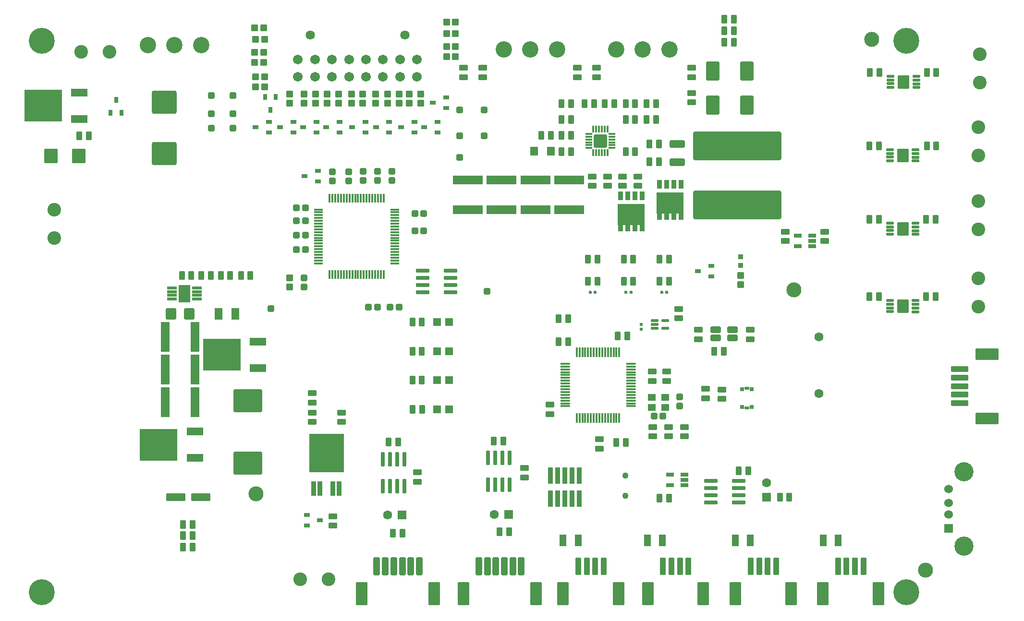
<source format=gts>
G04*
G04 #@! TF.GenerationSoftware,Altium Limited,Altium Designer,22.0.2 (36)*
G04*
G04 Layer_Color=8388736*
%FSLAX25Y25*%
%MOIN*%
G70*
G04*
G04 #@! TF.SameCoordinates,CB176EB8-9F99-4E04-9228-48705547AA3B*
G04*
G04*
G04 #@! TF.FilePolarity,Negative*
G04*
G01*
G75*
G04:AMPARAMS|DCode=82|XSize=59.12mil|YSize=39.43mil|CornerRadius=4.66mil|HoleSize=0mil|Usage=FLASHONLY|Rotation=90.000|XOffset=0mil|YOffset=0mil|HoleType=Round|Shape=RoundedRectangle|*
%AMROUNDEDRECTD82*
21,1,0.05912,0.03012,0,0,90.0*
21,1,0.04980,0.03943,0,0,90.0*
1,1,0.00932,0.01506,0.02490*
1,1,0.00932,0.01506,-0.02490*
1,1,0.00932,-0.01506,-0.02490*
1,1,0.00932,-0.01506,0.02490*
%
%ADD82ROUNDEDRECTD82*%
G04:AMPARAMS|DCode=83|XSize=59.12mil|YSize=39.43mil|CornerRadius=4.66mil|HoleSize=0mil|Usage=FLASHONLY|Rotation=180.000|XOffset=0mil|YOffset=0mil|HoleType=Round|Shape=RoundedRectangle|*
%AMROUNDEDRECTD83*
21,1,0.05912,0.03012,0,0,180.0*
21,1,0.04980,0.03943,0,0,180.0*
1,1,0.00932,-0.02490,0.01506*
1,1,0.00932,0.02490,0.01506*
1,1,0.00932,0.02490,-0.01506*
1,1,0.00932,-0.02490,-0.01506*
%
%ADD83ROUNDEDRECTD83*%
G04:AMPARAMS|DCode=84|XSize=17.72mil|YSize=21.65mil|CornerRadius=3mil|HoleSize=0mil|Usage=FLASHONLY|Rotation=0.000|XOffset=0mil|YOffset=0mil|HoleType=Round|Shape=RoundedRectangle|*
%AMROUNDEDRECTD84*
21,1,0.01772,0.01565,0,0,0.0*
21,1,0.01171,0.02165,0,0,0.0*
1,1,0.00600,0.00586,-0.00783*
1,1,0.00600,-0.00586,-0.00783*
1,1,0.00600,-0.00586,0.00783*
1,1,0.00600,0.00586,0.00783*
%
%ADD84ROUNDEDRECTD84*%
G04:AMPARAMS|DCode=85|XSize=47.31mil|YSize=43.37mil|CornerRadius=5.94mil|HoleSize=0mil|Usage=FLASHONLY|Rotation=90.000|XOffset=0mil|YOffset=0mil|HoleType=Round|Shape=RoundedRectangle|*
%AMROUNDEDRECTD85*
21,1,0.04731,0.03150,0,0,90.0*
21,1,0.03543,0.04337,0,0,90.0*
1,1,0.01187,0.01575,0.01772*
1,1,0.01187,0.01575,-0.01772*
1,1,0.01187,-0.01575,-0.01772*
1,1,0.01187,-0.01575,0.01772*
%
%ADD85ROUNDEDRECTD85*%
%ADD86R,0.03550X0.03550*%
G04:AMPARAMS|DCode=87|XSize=208.72mil|YSize=63.06mil|CornerRadius=7.91mil|HoleSize=0mil|Usage=FLASHONLY|Rotation=0.000|XOffset=0mil|YOffset=0mil|HoleType=Round|Shape=RoundedRectangle|*
%AMROUNDEDRECTD87*
21,1,0.20872,0.04724,0,0,0.0*
21,1,0.19291,0.06306,0,0,0.0*
1,1,0.01581,0.09646,-0.02362*
1,1,0.01581,-0.09646,-0.02362*
1,1,0.01581,-0.09646,0.02362*
1,1,0.01581,0.09646,0.02362*
%
%ADD87ROUNDEDRECTD87*%
%ADD88O,0.06699X0.01581*%
%ADD89O,0.01581X0.06699*%
%ADD90R,0.03943X0.02762*%
G04:AMPARAMS|DCode=91|XSize=78.8mil|YSize=161.48mil|CornerRadius=7.61mil|HoleSize=0mil|Usage=FLASHONLY|Rotation=180.000|XOffset=0mil|YOffset=0mil|HoleType=Round|Shape=RoundedRectangle|*
%AMROUNDEDRECTD91*
21,1,0.07880,0.14626,0,0,180.0*
21,1,0.06358,0.16148,0,0,180.0*
1,1,0.01522,-0.03179,0.07313*
1,1,0.01522,0.03179,0.07313*
1,1,0.01522,0.03179,-0.07313*
1,1,0.01522,-0.03179,-0.07313*
%
%ADD91ROUNDEDRECTD91*%
G04:AMPARAMS|DCode=92|XSize=43.37mil|YSize=126.05mil|CornerRadius=4.95mil|HoleSize=0mil|Usage=FLASHONLY|Rotation=180.000|XOffset=0mil|YOffset=0mil|HoleType=Round|Shape=RoundedRectangle|*
%AMROUNDEDRECTD92*
21,1,0.04337,0.11614,0,0,180.0*
21,1,0.03347,0.12605,0,0,180.0*
1,1,0.00991,-0.01673,0.05807*
1,1,0.00991,0.01673,0.05807*
1,1,0.00991,0.01673,-0.05807*
1,1,0.00991,-0.01673,-0.05807*
%
%ADD92ROUNDEDRECTD92*%
G04:AMPARAMS|DCode=93|XSize=47.31mil|YSize=43.37mil|CornerRadius=5.94mil|HoleSize=0mil|Usage=FLASHONLY|Rotation=0.000|XOffset=0mil|YOffset=0mil|HoleType=Round|Shape=RoundedRectangle|*
%AMROUNDEDRECTD93*
21,1,0.04731,0.03150,0,0,0.0*
21,1,0.03543,0.04337,0,0,0.0*
1,1,0.01187,0.01772,-0.01575*
1,1,0.01187,-0.01772,-0.01575*
1,1,0.01187,-0.01772,0.01575*
1,1,0.01187,0.01772,0.01575*
%
%ADD93ROUNDEDRECTD93*%
G04:AMPARAMS|DCode=94|XSize=94.55mil|YSize=102.43mil|CornerRadius=8.79mil|HoleSize=0mil|Usage=FLASHONLY|Rotation=180.000|XOffset=0mil|YOffset=0mil|HoleType=Round|Shape=RoundedRectangle|*
%AMROUNDEDRECTD94*
21,1,0.09455,0.08484,0,0,180.0*
21,1,0.07697,0.10243,0,0,180.0*
1,1,0.01758,-0.03848,0.04242*
1,1,0.01758,0.03848,0.04242*
1,1,0.01758,0.03848,-0.04242*
1,1,0.01758,-0.03848,-0.04242*
%
%ADD94ROUNDEDRECTD94*%
G04:AMPARAMS|DCode=95|XSize=55.18mil|YSize=55.18mil|CornerRadius=7.12mil|HoleSize=0mil|Usage=FLASHONLY|Rotation=180.000|XOffset=0mil|YOffset=0mil|HoleType=Round|Shape=RoundedRectangle|*
%AMROUNDEDRECTD95*
21,1,0.05518,0.04095,0,0,180.0*
21,1,0.04095,0.05518,0,0,180.0*
1,1,0.01424,-0.02047,0.02047*
1,1,0.01424,0.02047,0.02047*
1,1,0.01424,0.02047,-0.02047*
1,1,0.01424,-0.02047,-0.02047*
%
%ADD95ROUNDEDRECTD95*%
G04:AMPARAMS|DCode=96|XSize=78.8mil|YSize=161.48mil|CornerRadius=7.61mil|HoleSize=0mil|Usage=FLASHONLY|Rotation=270.000|XOffset=0mil|YOffset=0mil|HoleType=Round|Shape=RoundedRectangle|*
%AMROUNDEDRECTD96*
21,1,0.07880,0.14626,0,0,270.0*
21,1,0.06358,0.16148,0,0,270.0*
1,1,0.01522,-0.07313,-0.03179*
1,1,0.01522,-0.07313,0.03179*
1,1,0.01522,0.07313,0.03179*
1,1,0.01522,0.07313,-0.03179*
%
%ADD96ROUNDEDRECTD96*%
G04:AMPARAMS|DCode=97|XSize=39.43mil|YSize=122.11mil|CornerRadius=4.66mil|HoleSize=0mil|Usage=FLASHONLY|Rotation=270.000|XOffset=0mil|YOffset=0mil|HoleType=Round|Shape=RoundedRectangle|*
%AMROUNDEDRECTD97*
21,1,0.03943,0.11280,0,0,270.0*
21,1,0.03012,0.12211,0,0,270.0*
1,1,0.00932,-0.05640,-0.01506*
1,1,0.00932,-0.05640,0.01506*
1,1,0.00932,0.05640,0.01506*
1,1,0.00932,0.05640,-0.01506*
%
%ADD97ROUNDEDRECTD97*%
G04:AMPARAMS|DCode=98|XSize=29.59mil|YSize=27.62mil|CornerRadius=3.77mil|HoleSize=0mil|Usage=FLASHONLY|Rotation=90.000|XOffset=0mil|YOffset=0mil|HoleType=Round|Shape=RoundedRectangle|*
%AMROUNDEDRECTD98*
21,1,0.02959,0.02008,0,0,90.0*
21,1,0.02205,0.02762,0,0,90.0*
1,1,0.00754,0.01004,0.01102*
1,1,0.00754,0.01004,-0.01102*
1,1,0.00754,-0.01004,-0.01102*
1,1,0.00754,-0.01004,0.01102*
%
%ADD98ROUNDEDRECTD98*%
G04:AMPARAMS|DCode=99|XSize=53.21mil|YSize=131.95mil|CornerRadius=5.69mil|HoleSize=0mil|Usage=FLASHONLY|Rotation=90.000|XOffset=0mil|YOffset=0mil|HoleType=Round|Shape=RoundedRectangle|*
%AMROUNDEDRECTD99*
21,1,0.05321,0.12057,0,0,90.0*
21,1,0.04183,0.13195,0,0,90.0*
1,1,0.01138,0.06029,0.02092*
1,1,0.01138,0.06029,-0.02092*
1,1,0.01138,-0.06029,-0.02092*
1,1,0.01138,-0.06029,0.02092*
%
%ADD99ROUNDEDRECTD99*%
G04:AMPARAMS|DCode=100|XSize=78.8mil|YSize=72.9mil|CornerRadius=8.89mil|HoleSize=0mil|Usage=FLASHONLY|Rotation=90.000|XOffset=0mil|YOffset=0mil|HoleType=Round|Shape=RoundedRectangle|*
%AMROUNDEDRECTD100*
21,1,0.07880,0.05512,0,0,90.0*
21,1,0.06102,0.07290,0,0,90.0*
1,1,0.01778,0.02756,0.03051*
1,1,0.01778,0.02756,-0.03051*
1,1,0.01778,-0.02756,-0.03051*
1,1,0.01778,-0.02756,0.03051*
%
%ADD100ROUNDEDRECTD100*%
G04:AMPARAMS|DCode=101|XSize=208.72mil|YSize=63.06mil|CornerRadius=7.91mil|HoleSize=0mil|Usage=FLASHONLY|Rotation=90.000|XOffset=0mil|YOffset=0mil|HoleType=Round|Shape=RoundedRectangle|*
%AMROUNDEDRECTD101*
21,1,0.20872,0.04724,0,0,90.0*
21,1,0.19291,0.06306,0,0,90.0*
1,1,0.01581,0.02362,0.09646*
1,1,0.01581,0.02362,-0.09646*
1,1,0.01581,-0.02362,-0.09646*
1,1,0.01581,-0.02362,0.09646*
%
%ADD101ROUNDEDRECTD101*%
G04:AMPARAMS|DCode=102|XSize=82.74mil|YSize=92.58mil|CornerRadius=7.91mil|HoleSize=0mil|Usage=FLASHONLY|Rotation=0.000|XOffset=0mil|YOffset=0mil|HoleType=Round|Shape=RoundedRectangle|*
%AMROUNDEDRECTD102*
21,1,0.08274,0.07677,0,0,0.0*
21,1,0.06693,0.09258,0,0,0.0*
1,1,0.01581,0.03347,-0.03839*
1,1,0.01581,-0.03347,-0.03839*
1,1,0.01581,-0.03347,0.03839*
1,1,0.01581,0.03347,0.03839*
%
%ADD102ROUNDEDRECTD102*%
G04:AMPARAMS|DCode=103|XSize=53.21mil|YSize=19.75mil|CornerRadius=3.18mil|HoleSize=0mil|Usage=FLASHONLY|Rotation=0.000|XOffset=0mil|YOffset=0mil|HoleType=Round|Shape=RoundedRectangle|*
%AMROUNDEDRECTD103*
21,1,0.05321,0.01339,0,0,0.0*
21,1,0.04685,0.01975,0,0,0.0*
1,1,0.00636,0.02343,-0.00669*
1,1,0.00636,-0.02343,-0.00669*
1,1,0.00636,-0.02343,0.00669*
1,1,0.00636,0.02343,0.00669*
%
%ADD103ROUNDEDRECTD103*%
G04:AMPARAMS|DCode=104|XSize=28.8mil|YSize=55.18mil|CornerRadius=3.86mil|HoleSize=0mil|Usage=FLASHONLY|Rotation=270.000|XOffset=0mil|YOffset=0mil|HoleType=Round|Shape=RoundedRectangle|*
%AMROUNDEDRECTD104*
21,1,0.02880,0.04746,0,0,270.0*
21,1,0.02108,0.05518,0,0,270.0*
1,1,0.00772,-0.02373,-0.01054*
1,1,0.00772,-0.02373,0.01054*
1,1,0.00772,0.02373,0.01054*
1,1,0.00772,0.02373,-0.01054*
%
%ADD104ROUNDEDRECTD104*%
G04:AMPARAMS|DCode=105|XSize=92.58mil|YSize=131.95mil|CornerRadius=8.64mil|HoleSize=0mil|Usage=FLASHONLY|Rotation=180.000|XOffset=0mil|YOffset=0mil|HoleType=Round|Shape=RoundedRectangle|*
%AMROUNDEDRECTD105*
21,1,0.09258,0.11467,0,0,180.0*
21,1,0.07530,0.13195,0,0,180.0*
1,1,0.01729,-0.03765,0.05733*
1,1,0.01729,0.03765,0.05733*
1,1,0.01729,0.03765,-0.05733*
1,1,0.01729,-0.03765,-0.05733*
%
%ADD105ROUNDEDRECTD105*%
G04:AMPARAMS|DCode=106|XSize=51.24mil|YSize=106.36mil|CornerRadius=5.54mil|HoleSize=0mil|Usage=FLASHONLY|Rotation=270.000|XOffset=0mil|YOffset=0mil|HoleType=Round|Shape=RoundedRectangle|*
%AMROUNDEDRECTD106*
21,1,0.05124,0.09528,0,0,270.0*
21,1,0.04016,0.10636,0,0,270.0*
1,1,0.01109,-0.04764,-0.02008*
1,1,0.01109,-0.04764,0.02008*
1,1,0.01109,0.04764,0.02008*
1,1,0.01109,0.04764,-0.02008*
%
%ADD106ROUNDEDRECTD106*%
G04:AMPARAMS|DCode=107|XSize=92.58mil|YSize=92.58mil|CornerRadius=8.64mil|HoleSize=0mil|Usage=FLASHONLY|Rotation=90.000|XOffset=0mil|YOffset=0mil|HoleType=Round|Shape=RoundedRectangle|*
%AMROUNDEDRECTD107*
21,1,0.09258,0.07530,0,0,90.0*
21,1,0.07530,0.09258,0,0,90.0*
1,1,0.01729,0.03765,0.03765*
1,1,0.01729,0.03765,-0.03765*
1,1,0.01729,-0.03765,-0.03765*
1,1,0.01729,-0.03765,0.03765*
%
%ADD107ROUNDEDRECTD107*%
G04:AMPARAMS|DCode=108|XSize=43.37mil|YSize=15.81mil|CornerRadius=2.89mil|HoleSize=0mil|Usage=FLASHONLY|Rotation=90.000|XOffset=0mil|YOffset=0mil|HoleType=Round|Shape=RoundedRectangle|*
%AMROUNDEDRECTD108*
21,1,0.04337,0.01004,0,0,90.0*
21,1,0.03760,0.01581,0,0,90.0*
1,1,0.00577,0.00502,0.01880*
1,1,0.00577,0.00502,-0.01880*
1,1,0.00577,-0.00502,-0.01880*
1,1,0.00577,-0.00502,0.01880*
%
%ADD108ROUNDEDRECTD108*%
G04:AMPARAMS|DCode=109|XSize=43.37mil|YSize=15.81mil|CornerRadius=2.89mil|HoleSize=0mil|Usage=FLASHONLY|Rotation=180.000|XOffset=0mil|YOffset=0mil|HoleType=Round|Shape=RoundedRectangle|*
%AMROUNDEDRECTD109*
21,1,0.04337,0.01004,0,0,180.0*
21,1,0.03760,0.01581,0,0,180.0*
1,1,0.00577,-0.01880,0.00502*
1,1,0.00577,0.01880,0.00502*
1,1,0.00577,0.01880,-0.00502*
1,1,0.00577,-0.01880,-0.00502*
%
%ADD109ROUNDEDRECTD109*%
%ADD110R,0.11621X0.05321*%
%ADD111R,0.05518X0.04731*%
G04:AMPARAMS|DCode=112|XSize=17.72mil|YSize=21.65mil|CornerRadius=3mil|HoleSize=0mil|Usage=FLASHONLY|Rotation=90.000|XOffset=0mil|YOffset=0mil|HoleType=Round|Shape=RoundedRectangle|*
%AMROUNDEDRECTD112*
21,1,0.01772,0.01565,0,0,90.0*
21,1,0.01171,0.02165,0,0,90.0*
1,1,0.00600,0.00783,0.00586*
1,1,0.00600,0.00783,-0.00586*
1,1,0.00600,-0.00783,-0.00586*
1,1,0.00600,-0.00783,0.00586*
%
%ADD112ROUNDEDRECTD112*%
G04:AMPARAMS|DCode=113|XSize=39.43mil|YSize=122.11mil|CornerRadius=4.66mil|HoleSize=0mil|Usage=FLASHONLY|Rotation=180.000|XOffset=0mil|YOffset=0mil|HoleType=Round|Shape=RoundedRectangle|*
%AMROUNDEDRECTD113*
21,1,0.03943,0.11280,0,0,180.0*
21,1,0.03012,0.12211,0,0,180.0*
1,1,0.00932,-0.01506,0.05640*
1,1,0.00932,0.01506,0.05640*
1,1,0.00932,0.01506,-0.05640*
1,1,0.00932,-0.01506,-0.05640*
%
%ADD113ROUNDEDRECTD113*%
G04:AMPARAMS|DCode=114|XSize=90.61mil|YSize=27.62mil|CornerRadius=3.77mil|HoleSize=0mil|Usage=FLASHONLY|Rotation=0.000|XOffset=0mil|YOffset=0mil|HoleType=Round|Shape=RoundedRectangle|*
%AMROUNDEDRECTD114*
21,1,0.09061,0.02008,0,0,0.0*
21,1,0.08307,0.02762,0,0,0.0*
1,1,0.00754,0.04153,-0.01004*
1,1,0.00754,-0.04153,-0.01004*
1,1,0.00754,-0.04153,0.01004*
1,1,0.00754,0.04153,0.01004*
%
%ADD114ROUNDEDRECTD114*%
G04:AMPARAMS|DCode=115|XSize=28.61mil|YSize=97.5mil|CornerRadius=4.46mil|HoleSize=0mil|Usage=FLASHONLY|Rotation=0.000|XOffset=0mil|YOffset=0mil|HoleType=Round|Shape=RoundedRectangle|*
%AMROUNDEDRECTD115*
21,1,0.02861,0.08858,0,0,0.0*
21,1,0.01968,0.09750,0,0,0.0*
1,1,0.00892,0.00984,-0.04429*
1,1,0.00892,-0.00984,-0.04429*
1,1,0.00892,-0.00984,0.04429*
1,1,0.00892,0.00984,0.04429*
%
%ADD115ROUNDEDRECTD115*%
G04:AMPARAMS|DCode=116|XSize=50.85mil|YSize=19.75mil|CornerRadius=3.97mil|HoleSize=0mil|Usage=FLASHONLY|Rotation=0.000|XOffset=0mil|YOffset=0mil|HoleType=Round|Shape=RoundedRectangle|*
%AMROUNDEDRECTD116*
21,1,0.05085,0.01181,0,0,0.0*
21,1,0.04291,0.01975,0,0,0.0*
1,1,0.00794,0.02146,-0.00591*
1,1,0.00794,-0.02146,-0.00591*
1,1,0.00794,-0.02146,0.00591*
1,1,0.00794,0.02146,0.00591*
%
%ADD116ROUNDEDRECTD116*%
%ADD117R,0.03300X0.11400*%
G04:AMPARAMS|DCode=118|XSize=66.99mil|YSize=19.75mil|CornerRadius=3.18mil|HoleSize=0mil|Usage=FLASHONLY|Rotation=0.000|XOffset=0mil|YOffset=0mil|HoleType=Round|Shape=RoundedRectangle|*
%AMROUNDEDRECTD118*
21,1,0.06699,0.01339,0,0,0.0*
21,1,0.06063,0.01975,0,0,0.0*
1,1,0.00636,0.03032,-0.00669*
1,1,0.00636,-0.03032,-0.00669*
1,1,0.00636,-0.03032,0.00669*
1,1,0.00636,0.03032,0.00669*
%
%ADD118ROUNDEDRECTD118*%
G04:AMPARAMS|DCode=119|XSize=82.74mil|YSize=122.11mil|CornerRadius=7.91mil|HoleSize=0mil|Usage=FLASHONLY|Rotation=0.000|XOffset=0mil|YOffset=0mil|HoleType=Round|Shape=RoundedRectangle|*
%AMROUNDEDRECTD119*
21,1,0.08274,0.10630,0,0,0.0*
21,1,0.06693,0.12211,0,0,0.0*
1,1,0.01581,0.03347,-0.05315*
1,1,0.01581,-0.03347,-0.05315*
1,1,0.01581,-0.03347,0.05315*
1,1,0.01581,0.03347,0.05315*
%
%ADD119ROUNDEDRECTD119*%
%ADD120R,0.06207X0.01581*%
%ADD121R,0.01581X0.06207*%
%ADD122R,0.02762X0.03943*%
G04:AMPARAMS|DCode=123|XSize=161.48mil|YSize=171.32mil|CornerRadius=13.81mil|HoleSize=0mil|Usage=FLASHONLY|Rotation=270.000|XOffset=0mil|YOffset=0mil|HoleType=Round|Shape=RoundedRectangle|*
%AMROUNDEDRECTD123*
21,1,0.16148,0.14370,0,0,270.0*
21,1,0.13386,0.17132,0,0,270.0*
1,1,0.02762,-0.07185,-0.06693*
1,1,0.02762,-0.07185,0.06693*
1,1,0.02762,0.07185,0.06693*
1,1,0.02762,0.07185,-0.06693*
%
%ADD123ROUNDEDRECTD123*%
G04:AMPARAMS|DCode=124|XSize=43.37mil|YSize=43.37mil|CornerRadius=5.94mil|HoleSize=0mil|Usage=FLASHONLY|Rotation=90.000|XOffset=0mil|YOffset=0mil|HoleType=Round|Shape=RoundedRectangle|*
%AMROUNDEDRECTD124*
21,1,0.04337,0.03150,0,0,90.0*
21,1,0.03150,0.04337,0,0,90.0*
1,1,0.01187,0.01575,0.01575*
1,1,0.01187,0.01575,-0.01575*
1,1,0.01187,-0.01575,-0.01575*
1,1,0.01187,-0.01575,0.01575*
%
%ADD124ROUNDEDRECTD124*%
G04:AMPARAMS|DCode=125|XSize=47.31mil|YSize=43.37mil|CornerRadius=4.95mil|HoleSize=0mil|Usage=FLASHONLY|Rotation=0.000|XOffset=0mil|YOffset=0mil|HoleType=Round|Shape=RoundedRectangle|*
%AMROUNDEDRECTD125*
21,1,0.04731,0.03347,0,0,0.0*
21,1,0.03740,0.04337,0,0,0.0*
1,1,0.00991,0.01870,-0.01673*
1,1,0.00991,-0.01870,-0.01673*
1,1,0.00991,-0.01870,0.01673*
1,1,0.00991,0.01870,0.01673*
%
%ADD125ROUNDEDRECTD125*%
G04:AMPARAMS|DCode=126|XSize=47.31mil|YSize=43.37mil|CornerRadius=4.95mil|HoleSize=0mil|Usage=FLASHONLY|Rotation=270.000|XOffset=0mil|YOffset=0mil|HoleType=Round|Shape=RoundedRectangle|*
%AMROUNDEDRECTD126*
21,1,0.04731,0.03347,0,0,270.0*
21,1,0.03740,0.04337,0,0,270.0*
1,1,0.00991,-0.01673,-0.01870*
1,1,0.00991,-0.01673,0.01870*
1,1,0.00991,0.01673,0.01870*
1,1,0.00991,0.01673,-0.01870*
%
%ADD126ROUNDEDRECTD126*%
G04:AMPARAMS|DCode=127|XSize=82.74mil|YSize=55.18mil|CornerRadius=7.12mil|HoleSize=0mil|Usage=FLASHONLY|Rotation=270.000|XOffset=0mil|YOffset=0mil|HoleType=Round|Shape=RoundedRectangle|*
%AMROUNDEDRECTD127*
21,1,0.08274,0.04095,0,0,270.0*
21,1,0.06850,0.05518,0,0,270.0*
1,1,0.01424,-0.02047,-0.03425*
1,1,0.01424,-0.02047,0.03425*
1,1,0.01424,0.02047,0.03425*
1,1,0.01424,0.02047,-0.03425*
%
%ADD127ROUNDEDRECTD127*%
%ADD128R,0.24022X0.26975*%
%ADD129R,0.03747X0.10243*%
G04:AMPARAMS|DCode=130|XSize=17.78mil|YSize=31.56mil|CornerRadius=3.03mil|HoleSize=0mil|Usage=FLASHONLY|Rotation=90.000|XOffset=0mil|YOffset=0mil|HoleType=Round|Shape=RoundedRectangle|*
%AMROUNDEDRECTD130*
21,1,0.01778,0.02549,0,0,90.0*
21,1,0.01171,0.03156,0,0,90.0*
1,1,0.00607,0.01275,0.00586*
1,1,0.00607,0.01275,-0.00586*
1,1,0.00607,-0.01275,-0.00586*
1,1,0.00607,-0.01275,0.00586*
%
%ADD130ROUNDEDRECTD130*%
G04:AMPARAMS|DCode=131|XSize=161.48mil|YSize=200.85mil|CornerRadius=13.81mil|HoleSize=0mil|Usage=FLASHONLY|Rotation=270.000|XOffset=0mil|YOffset=0mil|HoleType=Round|Shape=RoundedRectangle|*
%AMROUNDEDRECTD131*
21,1,0.16148,0.17323,0,0,270.0*
21,1,0.13386,0.20085,0,0,270.0*
1,1,0.02762,-0.08661,-0.06693*
1,1,0.02762,-0.08661,0.06693*
1,1,0.02762,0.08661,0.06693*
1,1,0.02762,0.08661,-0.06693*
%
%ADD131ROUNDEDRECTD131*%
%ADD132R,0.25991X0.22250*%
%ADD133R,0.05518X0.05912*%
%ADD134R,0.03747X0.04928*%
%ADD135R,0.18747X0.15164*%
%ADD136R,0.03747X0.06109*%
G04:AMPARAMS|DCode=137|XSize=200.85mil|YSize=614.24mil|CornerRadius=16.76mil|HoleSize=0mil|Usage=FLASHONLY|Rotation=90.000|XOffset=0mil|YOffset=0mil|HoleType=Round|Shape=RoundedRectangle|*
%AMROUNDEDRECTD137*
21,1,0.20085,0.58071,0,0,90.0*
21,1,0.16732,0.61424,0,0,90.0*
1,1,0.03353,0.29035,0.08366*
1,1,0.03353,0.29035,-0.08366*
1,1,0.03353,-0.29035,-0.08366*
1,1,0.03353,-0.29035,0.08366*
%
%ADD137ROUNDEDRECTD137*%
G04:AMPARAMS|DCode=138|XSize=43.37mil|YSize=70.93mil|CornerRadius=5.94mil|HoleSize=0mil|Usage=FLASHONLY|Rotation=270.000|XOffset=0mil|YOffset=0mil|HoleType=Round|Shape=RoundedRectangle|*
%AMROUNDEDRECTD138*
21,1,0.04337,0.05906,0,0,270.0*
21,1,0.03150,0.07093,0,0,270.0*
1,1,0.01187,-0.02953,-0.01575*
1,1,0.01187,-0.02953,0.01575*
1,1,0.01187,0.02953,0.01575*
1,1,0.01187,0.02953,-0.01575*
%
%ADD138ROUNDEDRECTD138*%
%ADD139C,0.04337*%
%ADD140R,0.04700X0.08200*%
%ADD141C,0.09455*%
%ADD142C,0.11325*%
%ADD143C,0.06022*%
%ADD144C,0.13298*%
%ADD145C,0.10400*%
%ADD146C,0.06719*%
%ADD147C,0.06404*%
%ADD148C,0.06306*%
%ADD149R,0.06022X0.06022*%
%ADD150C,0.17992*%
%ADD151R,0.06306X0.06306*%
%ADD152R,0.06306X0.06306*%
%ADD153C,0.02400*%
D82*
X103748Y220000D02*
D03*
X97252D02*
D03*
X379000Y216000D02*
D03*
X410372D02*
D03*
X435248Y231500D02*
D03*
X247301Y104277D02*
D03*
X435248Y65500D02*
D03*
X320248Y105000D02*
D03*
X365248Y174000D02*
D03*
X406248Y178000D02*
D03*
X398752Y104000D02*
D03*
X98004Y31500D02*
D03*
Y39250D02*
D03*
Y47000D02*
D03*
X32594Y317000D02*
D03*
X490248Y84500D02*
D03*
X580920Y205329D02*
D03*
Y259079D02*
D03*
Y310079D02*
D03*
X581248Y361000D02*
D03*
X426248Y328500D02*
D03*
X360752Y306000D02*
D03*
X353248Y317500D02*
D03*
X360752D02*
D03*
Y328500D02*
D03*
X473752Y398000D02*
D03*
Y390000D02*
D03*
Y382000D02*
D03*
X428248Y311500D02*
D03*
X360752Y339500D02*
D03*
X358752Y190000D02*
D03*
X518748Y66000D02*
D03*
X512252D02*
D03*
X263703Y167433D02*
D03*
X257207D02*
D03*
X385496Y231500D02*
D03*
X379000D02*
D03*
X385496Y216000D02*
D03*
X403876Y231500D02*
D03*
X410372D02*
D03*
X403876Y216000D02*
D03*
X428752Y231500D02*
D03*
Y216000D02*
D03*
X435248D02*
D03*
X240805Y104277D02*
D03*
X428752Y65500D02*
D03*
X313752Y105000D02*
D03*
X358752Y174000D02*
D03*
X399752Y178000D02*
D03*
X405248Y104000D02*
D03*
X104500Y31500D02*
D03*
Y39250D02*
D03*
Y47000D02*
D03*
X138252Y220000D02*
D03*
X144748D02*
D03*
X130748D02*
D03*
X124252D02*
D03*
X117248D02*
D03*
X110752D02*
D03*
X263703Y187600D02*
D03*
X257207D02*
D03*
X26098Y317000D02*
D03*
X263703Y147267D02*
D03*
X257207D02*
D03*
X263852Y127100D02*
D03*
X257356D02*
D03*
X483752Y84500D02*
D03*
X574424Y205329D02*
D03*
X613752Y205250D02*
D03*
X620248D02*
D03*
X613752Y259000D02*
D03*
X620248D02*
D03*
X574424Y259079D02*
D03*
X614252Y310079D02*
D03*
X620748D02*
D03*
X574424D02*
D03*
X390752Y339500D02*
D03*
X397248D02*
D03*
X405252D02*
D03*
X411748D02*
D03*
X614252Y361000D02*
D03*
X620748D02*
D03*
X574752D02*
D03*
X419752Y328500D02*
D03*
X367248Y306000D02*
D03*
X411748Y328500D02*
D03*
X405252D02*
D03*
X346752Y317500D02*
D03*
X367248D02*
D03*
Y328500D02*
D03*
X405252Y306000D02*
D03*
X411748D02*
D03*
X480248Y398000D02*
D03*
Y390000D02*
D03*
Y382000D02*
D03*
X419752Y339500D02*
D03*
X426248D02*
D03*
X421752Y299000D02*
D03*
X428248D02*
D03*
X421752Y311500D02*
D03*
X376752Y339500D02*
D03*
X383248D02*
D03*
X367248D02*
D03*
X243752Y41000D02*
D03*
X250248D02*
D03*
X317752Y42000D02*
D03*
X324248D02*
D03*
X466752Y167500D02*
D03*
X473248D02*
D03*
X365248Y190000D02*
D03*
D83*
X423500Y146752D02*
D03*
X352500Y130248D02*
D03*
X201988Y46374D02*
D03*
X424000Y108252D02*
D03*
X435000D02*
D03*
X472000Y134252D02*
D03*
X187500Y138248D02*
D03*
X451000Y340252D02*
D03*
X385000Y364248D02*
D03*
X543287Y244000D02*
D03*
X516000Y250496D02*
D03*
X382000Y288748D02*
D03*
X292500Y364248D02*
D03*
X260500Y83248D02*
D03*
X335000Y86248D02*
D03*
X387000Y99752D02*
D03*
X442000Y196748D02*
D03*
X433500Y146752D02*
D03*
X446000Y108252D02*
D03*
X423500Y153248D02*
D03*
X352500Y123752D02*
D03*
X305956Y357752D02*
D03*
Y364248D02*
D03*
X201988Y52870D02*
D03*
X424000Y114748D02*
D03*
X435000D02*
D03*
X472000Y140748D02*
D03*
X187500Y124748D02*
D03*
Y118252D02*
D03*
Y131752D02*
D03*
X208000Y124748D02*
D03*
Y118252D02*
D03*
X451000Y346748D02*
D03*
X385000Y357752D02*
D03*
X451000Y364248D02*
D03*
Y357752D02*
D03*
X543287Y250496D02*
D03*
X516000Y244000D02*
D03*
X403000Y288748D02*
D03*
Y282252D02*
D03*
X413500D02*
D03*
Y288748D02*
D03*
X392500Y282252D02*
D03*
Y288748D02*
D03*
X382000Y282252D02*
D03*
X292500Y357752D02*
D03*
X371500Y364248D02*
D03*
Y357752D02*
D03*
X260500Y76752D02*
D03*
X335000Y79752D02*
D03*
X460500Y134752D02*
D03*
Y141248D02*
D03*
X387000Y106248D02*
D03*
X491500Y175752D02*
D03*
Y182248D02*
D03*
X455500D02*
D03*
Y175752D02*
D03*
X442000Y190252D02*
D03*
X433500Y153248D02*
D03*
X446000Y114748D02*
D03*
D84*
X433722Y208500D02*
D03*
X408847D02*
D03*
X380526D02*
D03*
X430277D02*
D03*
X405402D02*
D03*
X383970D02*
D03*
D85*
X248000Y198000D02*
D03*
X241701D02*
D03*
X431150Y122500D02*
D03*
X233000Y198000D02*
D03*
X226701D02*
D03*
X258850Y251000D02*
D03*
X265150D02*
D03*
X183000Y238000D02*
D03*
X176701D02*
D03*
Y248000D02*
D03*
X183000D02*
D03*
X176701Y267000D02*
D03*
X183000D02*
D03*
X176701Y258000D02*
D03*
X183000D02*
D03*
X258850Y263000D02*
D03*
X265150D02*
D03*
X424850Y122500D02*
D03*
D86*
X485000Y232906D02*
D03*
Y227000D02*
D03*
D87*
X342500Y286236D02*
D03*
X295500D02*
D03*
X319000D02*
D03*
X366000D02*
D03*
X342500Y265764D02*
D03*
X295500D02*
D03*
X319000D02*
D03*
X366000D02*
D03*
D88*
X408835Y150890D02*
D03*
X363165Y131205D02*
D03*
X408835Y129236D02*
D03*
Y152858D02*
D03*
X363165Y129236D02*
D03*
X408835Y131205D02*
D03*
Y133173D02*
D03*
Y135142D02*
D03*
Y137110D02*
D03*
Y139079D02*
D03*
Y141047D02*
D03*
Y143016D02*
D03*
Y144984D02*
D03*
Y146953D02*
D03*
Y148921D02*
D03*
Y154827D02*
D03*
Y156795D02*
D03*
Y158764D02*
D03*
X363165D02*
D03*
Y156795D02*
D03*
Y154827D02*
D03*
Y152858D02*
D03*
Y150890D02*
D03*
Y148921D02*
D03*
Y146953D02*
D03*
Y144984D02*
D03*
Y143016D02*
D03*
Y141047D02*
D03*
Y139079D02*
D03*
Y137110D02*
D03*
Y135142D02*
D03*
Y133173D02*
D03*
D89*
X398795Y166835D02*
D03*
X373205D02*
D03*
X398795Y121165D02*
D03*
X396827Y166835D02*
D03*
X371236D02*
D03*
X400764Y121165D02*
D03*
Y166835D02*
D03*
X394858D02*
D03*
X392890D02*
D03*
X390921D02*
D03*
X388953D02*
D03*
X386984D02*
D03*
X385016D02*
D03*
X383047D02*
D03*
X381079D02*
D03*
X379110D02*
D03*
X377142D02*
D03*
X375173D02*
D03*
X371236Y121165D02*
D03*
X373205D02*
D03*
X375173D02*
D03*
X377142D02*
D03*
X379110D02*
D03*
X381079D02*
D03*
X383047D02*
D03*
X385016D02*
D03*
X386984D02*
D03*
X388953D02*
D03*
X390921D02*
D03*
X392890D02*
D03*
X394858D02*
D03*
X396827D02*
D03*
D90*
X157528Y326740D02*
D03*
X464528Y226740D02*
D03*
X183957Y46374D02*
D03*
X271472Y340000D02*
D03*
X280528Y343740D02*
D03*
Y336260D02*
D03*
X206528Y319260D02*
D03*
X206528Y326740D02*
D03*
X197472Y323000D02*
D03*
X157528Y319260D02*
D03*
X148472Y323000D02*
D03*
X455472Y223000D02*
D03*
X464528Y219260D02*
D03*
X265472Y323000D02*
D03*
X274528Y326740D02*
D03*
X274528Y319260D02*
D03*
X215472Y323000D02*
D03*
X224528Y326740D02*
D03*
X224528Y319260D02*
D03*
X182472Y289000D02*
D03*
X191528Y292740D02*
D03*
Y285260D02*
D03*
X190528Y319260D02*
D03*
Y326740D02*
D03*
X181472Y323000D02*
D03*
X165472Y323000D02*
D03*
X174528Y326740D02*
D03*
X174528Y319260D02*
D03*
X258528Y319260D02*
D03*
X258528Y326740D02*
D03*
X249472Y323000D02*
D03*
X241055Y319260D02*
D03*
Y326740D02*
D03*
X232000Y323000D02*
D03*
X183957Y53854D02*
D03*
X193012Y50114D02*
D03*
D91*
X343146Y-975D02*
D03*
X292752D02*
D03*
X542000Y-1000D02*
D03*
X580583D02*
D03*
X520000D02*
D03*
X481417D02*
D03*
X459146Y-975D02*
D03*
X420563D02*
D03*
X400335D02*
D03*
X361752D02*
D03*
X272335D02*
D03*
X221941D02*
D03*
D92*
X332811Y18000D02*
D03*
X315094D02*
D03*
X262000D02*
D03*
X244284D02*
D03*
X321000D02*
D03*
X309189D02*
D03*
X326905D02*
D03*
X303284D02*
D03*
X250189D02*
D03*
X238378D02*
D03*
X256095D02*
D03*
X232472D02*
D03*
D93*
X182000Y218299D02*
D03*
X442500Y129350D02*
D03*
X201575Y291989D02*
D03*
Y285689D02*
D03*
X182000Y212000D02*
D03*
X213000Y292150D02*
D03*
X213000Y285850D02*
D03*
X223000Y292299D02*
D03*
Y286000D02*
D03*
X233000Y292299D02*
D03*
Y286000D02*
D03*
X243000Y292299D02*
D03*
Y286000D02*
D03*
X442500Y135650D02*
D03*
D94*
X25646Y303000D02*
D03*
X6354D02*
D03*
D95*
X282589Y167433D02*
D03*
Y187600D02*
D03*
Y127100D02*
D03*
Y147267D02*
D03*
X274321Y167433D02*
D03*
Y187600D02*
D03*
Y127100D02*
D03*
Y147267D02*
D03*
D96*
X655975Y120846D02*
D03*
Y165335D02*
D03*
D97*
X637000Y131378D02*
D03*
Y155000D02*
D03*
Y143189D02*
D03*
Y149094D02*
D03*
Y137284D02*
D03*
D98*
X486000Y128791D02*
D03*
Y141193D02*
D03*
X492693D02*
D03*
Y128791D02*
D03*
D99*
X92839Y66000D02*
D03*
X110161D02*
D03*
D100*
X89701Y193500D02*
D03*
X102299D02*
D03*
D101*
X85764Y154750D02*
D03*
Y177500D02*
D03*
Y132000D02*
D03*
X106236Y154750D02*
D03*
Y177500D02*
D03*
Y132000D02*
D03*
D102*
X597500Y198750D02*
D03*
Y252500D02*
D03*
Y303500D02*
D03*
X598000Y354500D02*
D03*
D103*
X588642Y202589D02*
D03*
Y256339D02*
D03*
Y307339D02*
D03*
X589142Y358339D02*
D03*
X606358Y202549D02*
D03*
Y199990D02*
D03*
Y197431D02*
D03*
Y194872D02*
D03*
X588642Y194911D02*
D03*
Y197470D02*
D03*
Y200029D02*
D03*
X606358Y256299D02*
D03*
Y253740D02*
D03*
Y251181D02*
D03*
Y248622D02*
D03*
X588642Y248661D02*
D03*
Y251220D02*
D03*
Y253780D02*
D03*
X606358Y307299D02*
D03*
Y304740D02*
D03*
Y302181D02*
D03*
Y299622D02*
D03*
X588642Y299661D02*
D03*
Y302221D02*
D03*
Y304780D02*
D03*
X606858Y358299D02*
D03*
Y355740D02*
D03*
Y353181D02*
D03*
Y350622D02*
D03*
X589142Y350661D02*
D03*
Y353221D02*
D03*
Y355780D02*
D03*
D104*
X534665Y244000D02*
D03*
X446035Y81740D02*
D03*
X524594Y240260D02*
D03*
Y247740D02*
D03*
X534665D02*
D03*
Y240260D02*
D03*
X435965Y74260D02*
D03*
Y81740D02*
D03*
X446035Y78000D02*
D03*
Y74260D02*
D03*
D105*
X465787Y338500D02*
D03*
Y362000D02*
D03*
X489213Y338500D02*
D03*
Y362000D02*
D03*
D106*
X441000Y311299D02*
D03*
Y298701D02*
D03*
D107*
X387571Y313516D02*
D03*
D108*
X384618Y305445D02*
D03*
X388555D02*
D03*
X382650D02*
D03*
X386587D02*
D03*
X390524D02*
D03*
X392492D02*
D03*
Y321587D02*
D03*
X390524D02*
D03*
X388555D02*
D03*
X386587D02*
D03*
X384618D02*
D03*
X382650D02*
D03*
D109*
X395642Y310563D02*
D03*
Y316469D02*
D03*
X379500Y318437D02*
D03*
Y316469D02*
D03*
X395642Y308594D02*
D03*
Y312531D02*
D03*
Y314500D02*
D03*
Y318437D02*
D03*
X379500Y314500D02*
D03*
Y312531D02*
D03*
Y310563D02*
D03*
Y308594D02*
D03*
D110*
X106197Y93347D02*
D03*
X150098Y155847D02*
D03*
Y174153D02*
D03*
X26098Y328847D02*
D03*
Y347153D02*
D03*
X106197Y111653D02*
D03*
D111*
X432528Y128457D02*
D03*
X423472Y135543D02*
D03*
Y128457D02*
D03*
X432528Y135543D02*
D03*
D112*
X416017Y186000D02*
D03*
Y182555D02*
D03*
D113*
X570248Y17976D02*
D03*
X509665D02*
D03*
X448811Y18000D02*
D03*
X390000D02*
D03*
X558437Y17976D02*
D03*
X564342D02*
D03*
X552531D02*
D03*
X491949D02*
D03*
X503760D02*
D03*
X497854D02*
D03*
X431095Y18000D02*
D03*
X442906D02*
D03*
X437000D02*
D03*
X372284D02*
D03*
X384095D02*
D03*
X378189D02*
D03*
D114*
X483744Y62500D02*
D03*
X264256Y213500D02*
D03*
X264256Y208500D02*
D03*
X283744Y208500D02*
D03*
X283744Y213500D02*
D03*
X264256Y223500D02*
D03*
X264256Y218500D02*
D03*
X283744D02*
D03*
X283744Y223500D02*
D03*
X483744Y77500D02*
D03*
Y72500D02*
D03*
Y67500D02*
D03*
X464256Y62500D02*
D03*
Y67500D02*
D03*
Y72500D02*
D03*
Y77500D02*
D03*
D115*
X246500Y92449D02*
D03*
X319500Y93449D02*
D03*
X251500Y92449D02*
D03*
X241500D02*
D03*
X236500D02*
D03*
X251500Y73551D02*
D03*
X246500D02*
D03*
X241500D02*
D03*
X236500D02*
D03*
X324500Y93449D02*
D03*
X314500D02*
D03*
X309500D02*
D03*
X324500Y74551D02*
D03*
X319500D02*
D03*
X314500D02*
D03*
X309500D02*
D03*
D116*
X425220Y186000D02*
D03*
X432780Y188559D02*
D03*
Y183441D02*
D03*
X425220D02*
D03*
Y188559D02*
D03*
D117*
X358000Y65000D02*
D03*
X363000D02*
D03*
X353000D02*
D03*
Y81000D02*
D03*
X358000D02*
D03*
X363000D02*
D03*
X368000Y65000D02*
D03*
Y81000D02*
D03*
X373000Y65000D02*
D03*
Y81000D02*
D03*
D118*
X90339Y203661D02*
D03*
X107661D02*
D03*
Y206221D02*
D03*
Y208780D02*
D03*
Y211339D02*
D03*
X90339D02*
D03*
Y208780D02*
D03*
Y206221D02*
D03*
D119*
X99000Y207500D02*
D03*
D120*
X191945Y232410D02*
D03*
Y234378D02*
D03*
X191945Y228472D02*
D03*
X191945Y230441D02*
D03*
Y236347D02*
D03*
X191945Y238315D02*
D03*
Y240283D02*
D03*
Y242252D02*
D03*
Y244220D02*
D03*
Y246189D02*
D03*
Y248158D02*
D03*
Y250126D02*
D03*
Y252095D02*
D03*
Y254063D02*
D03*
Y256031D02*
D03*
X191945Y258000D02*
D03*
X191945Y259968D02*
D03*
X191945Y261937D02*
D03*
Y263906D02*
D03*
X191945Y265874D02*
D03*
X245000D02*
D03*
Y263906D02*
D03*
Y261937D02*
D03*
Y259968D02*
D03*
Y258000D02*
D03*
X245000Y256031D02*
D03*
Y254063D02*
D03*
Y252095D02*
D03*
Y250126D02*
D03*
X245000Y248158D02*
D03*
Y246189D02*
D03*
X245000Y244220D02*
D03*
Y242252D02*
D03*
Y240283D02*
D03*
Y238315D02*
D03*
X245000Y236347D02*
D03*
Y234378D02*
D03*
Y232410D02*
D03*
Y230441D02*
D03*
Y228472D02*
D03*
D121*
X219457Y220646D02*
D03*
X209614D02*
D03*
X199772Y273701D02*
D03*
X201740D02*
D03*
X203709D02*
D03*
X205677D02*
D03*
X207646D02*
D03*
X209614Y273701D02*
D03*
X211583D02*
D03*
X213551D02*
D03*
X215520D02*
D03*
X217488Y273701D02*
D03*
X219457D02*
D03*
X221425Y273701D02*
D03*
X223394D02*
D03*
X225362D02*
D03*
X227331D02*
D03*
X229299Y273701D02*
D03*
X231268D02*
D03*
X233236D02*
D03*
X235205D02*
D03*
X237173D02*
D03*
Y220646D02*
D03*
X235205Y220646D02*
D03*
X233236D02*
D03*
X231268Y220646D02*
D03*
X229299Y220646D02*
D03*
X227331Y220646D02*
D03*
X225362D02*
D03*
X223394D02*
D03*
X221425D02*
D03*
X217488D02*
D03*
X215520D02*
D03*
X213551D02*
D03*
X211583D02*
D03*
X207646Y220646D02*
D03*
X205677D02*
D03*
X203709D02*
D03*
X201740D02*
D03*
X199772Y220646D02*
D03*
D122*
X158740Y334945D02*
D03*
X155000Y344000D02*
D03*
X162480Y344000D02*
D03*
X47760Y333098D02*
D03*
X55240D02*
D03*
X51500Y342154D02*
D03*
D123*
X85000Y304784D02*
D03*
Y340216D02*
D03*
D124*
X132500Y322500D02*
D03*
Y345000D02*
D03*
X117500D02*
D03*
Y322500D02*
D03*
Y332500D02*
D03*
X132500D02*
D03*
X307000Y317000D02*
D03*
X159000Y197000D02*
D03*
X290000Y302000D02*
D03*
X307000Y335000D02*
D03*
X290000D02*
D03*
Y317000D02*
D03*
X309000Y209000D02*
D03*
D125*
X172000Y346161D02*
D03*
X172000Y339862D02*
D03*
X485000Y213701D02*
D03*
Y220000D02*
D03*
X263000Y339701D02*
D03*
Y346000D02*
D03*
X255000D02*
D03*
Y339701D02*
D03*
X248000Y339862D02*
D03*
Y346161D02*
D03*
X240000D02*
D03*
X240000Y339862D02*
D03*
X231677D02*
D03*
Y346161D02*
D03*
X222677D02*
D03*
Y339862D02*
D03*
X214964Y339813D02*
D03*
Y346113D02*
D03*
X206000Y346000D02*
D03*
Y339701D02*
D03*
X198000Y346161D02*
D03*
Y339862D02*
D03*
X190000D02*
D03*
Y346161D02*
D03*
X182000D02*
D03*
Y339862D02*
D03*
X172000Y218299D02*
D03*
Y212000D02*
D03*
D126*
X154508Y351000D02*
D03*
X148208Y351000D02*
D03*
X154508Y358000D02*
D03*
X148208D02*
D03*
X147701Y368000D02*
D03*
X154000D02*
D03*
X147701Y375000D02*
D03*
X154000Y375000D02*
D03*
Y392000D02*
D03*
X147701D02*
D03*
X154508Y384000D02*
D03*
X148208D02*
D03*
X280827Y395911D02*
D03*
X287126D02*
D03*
X280827Y387883D02*
D03*
X287126D02*
D03*
X280827Y379000D02*
D03*
X287126D02*
D03*
Y372000D02*
D03*
X280827D02*
D03*
D127*
X134209Y193500D02*
D03*
X122791D02*
D03*
D128*
X197500Y96768D02*
D03*
D129*
X206476Y71965D02*
D03*
X201988D02*
D03*
X193012D02*
D03*
X188524D02*
D03*
D130*
X489347Y141783D02*
D03*
Y128201D02*
D03*
D131*
X143000Y89846D02*
D03*
Y133153D02*
D03*
D132*
X124902Y165000D02*
D03*
X902Y338000D02*
D03*
X81000Y102500D02*
D03*
D133*
X353209Y306500D02*
D03*
X341791D02*
D03*
D134*
X401500Y253051D02*
D03*
X406500D02*
D03*
X411500D02*
D03*
X416500D02*
D03*
X428500Y260886D02*
D03*
X433500D02*
D03*
X438500D02*
D03*
X443500D02*
D03*
D135*
X409000Y262500D02*
D03*
X436000Y270335D02*
D03*
D136*
X401500Y275492D02*
D03*
X406500D02*
D03*
X411500D02*
D03*
X416500D02*
D03*
X428500Y283327D02*
D03*
X433500D02*
D03*
X438500D02*
D03*
X443500D02*
D03*
D137*
X482500Y309972D02*
D03*
Y269028D02*
D03*
D138*
X467594Y176547D02*
D03*
X479405D02*
D03*
Y182453D02*
D03*
X467594D02*
D03*
D139*
X405000Y67000D02*
D03*
Y81000D02*
D03*
D140*
X361750Y36000D02*
D03*
X372250D02*
D03*
X420250D02*
D03*
X430750D02*
D03*
X481250D02*
D03*
X491750D02*
D03*
X542250D02*
D03*
X552750D02*
D03*
D141*
X8500Y265843D02*
D03*
Y246158D02*
D03*
X46843Y375500D02*
D03*
X198843Y9000D02*
D03*
X650000Y218000D02*
D03*
Y271843D02*
D03*
Y323000D02*
D03*
X651000Y373843D02*
D03*
X27158Y375500D02*
D03*
X179157Y9000D02*
D03*
X650000Y198315D02*
D03*
Y252157D02*
D03*
Y303315D02*
D03*
X651000Y354157D02*
D03*
D142*
X435496Y377000D02*
D03*
X357504D02*
D03*
X110500Y380000D02*
D03*
X73492D02*
D03*
X91996D02*
D03*
X398488Y377000D02*
D03*
X416992D02*
D03*
X339000D02*
D03*
X320496D02*
D03*
D143*
X629331Y71780D02*
D03*
Y54063D02*
D03*
Y61937D02*
D03*
D144*
X640000Y32134D02*
D03*
Y83866D02*
D03*
D145*
X613189Y15500D02*
D03*
X522000Y210000D02*
D03*
X576000Y384000D02*
D03*
X148500Y68500D02*
D03*
D146*
X177756Y370000D02*
D03*
X177756Y358189D02*
D03*
X189567Y370000D02*
D03*
X201378D02*
D03*
X213189D02*
D03*
X225000D02*
D03*
X236811D02*
D03*
X248622D02*
D03*
X260433D02*
D03*
X189567Y358189D02*
D03*
X201378D02*
D03*
X213189D02*
D03*
X225000D02*
D03*
X236811D02*
D03*
X248622D02*
D03*
X260433D02*
D03*
D147*
X251969Y387008D02*
D03*
X186221D02*
D03*
D148*
X539363Y137987D02*
D03*
Y177357D02*
D03*
X503000Y76000D02*
D03*
X239976Y53709D02*
D03*
X314000Y54000D02*
D03*
D149*
X629331Y44221D02*
D03*
D150*
X600000Y0D02*
D03*
X0D02*
D03*
X600000Y383000D02*
D03*
X0D02*
D03*
D151*
X503000Y66000D02*
D03*
D152*
X249976Y53709D02*
D03*
X324000Y54000D02*
D03*
D153*
X96835Y211437D02*
D03*
X101165D02*
D03*
X96835Y207500D02*
D03*
X101165D02*
D03*
X96835Y203563D02*
D03*
X101165D02*
D03*
M02*

</source>
